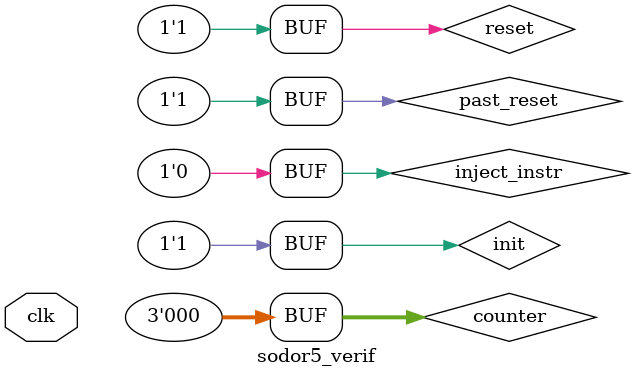
<source format=v>

`define OPCODE_INDEX_WIDTH  2
`define FUNCT3_WIDTH        3
`define FUNCT7_WIDTH        1
`define IMM_WIDTH           12
`define REG_ADDR_WIDTH      5
`define ITYPE

module sodor5_verif(
    input clk
);

    reg reset;
    reg past_reset;
    reg [2:0] counter;
    reg init;
    reg [31:0] prev_instr;
    initial begin
        past_reset = 1;
        reset = 1;
        init = 1;
        counter = 0;
    end

    // Inject based on some signal
    wire inject_instr;
    assign inject_instr = (counter == 7 && init);
    // (inject_instr) ? {imm_rep, rs1_rep, 3'b0, rd_rep, 7'b0010011} : 32'h00000013;

    wire [31:0] in_io_imem_resp_bits_data;
    // Insert a concrete instruction once every iteration
    
    // (inject_instr) ? {imm_rep, rs1_rep, 3'b0, rd_rep, 7'b0010011} : 32'h00000013;


`ifdef FORMAL

`ifdef ITYPE
    (* anyseq *) reg [11:0] imm;
    (* anyseq *) reg [4:0] rs1;
    (* anyseq *) reg [4:0] rs2;
    (* anyseq *) reg [4:0] rd;
    (* anyseq *) reg [2:0] funct3;
    wire [11:0] imm_clean;

    assign imm_clean = (funct3 == 5) ? (imm & 12'b010000011111) : ((funct3 == 1) ? (imm & 12'b000000011111) : imm);
    assign in_io_imem_resp_bits_data = reset ? 32'h00000013 : {imm_clean, rs1, funct3, rd, 7'b0010011};
`endif

`else
    assign in_io_imem_resp_bits_data = de_io_imem_req_valid ? instr : prev_instr;
`endif

    // Design signals
    wire [31:0] de_io_imem_req_bits_addr;
    wire de_io_imem_req_valid;
    wire [1023:0] de_io_port_regfile;
    wire [31:0] de_io_port_imm;
    wire [31:0] de_io_port_alu_out;
    wire [4:0] de_io_port_reg_rs1_addr_in;
    wire [4:0] de_io_port_reg_rs2_addr_in;
    wire [31:0] de_io_port_reg_rs1_data_out;
    wire [31:0] de_io_port_reg_rs2_data_out;
    wire [31:0] de_io_port_reg_rd_data_in;
    wire [4:0] de_io_port_reg_rd_addr_in;
    // Design signals 2
    wire [31:0] de_io_port_if_reg_pc;
    wire [31:0] de_io_port_dec_reg_pc;
    wire [31:0] de_io_port_exe_reg_pc;
    wire [31:0] de_io_port_mem_reg_pc;
    wire        de_io_port_lb_table_valid;
    wire [31:0] de_io_port_lb_table_addr;
    wire [31:0] de_io_port_lb_table_data;
    wire [31:0] de_io_port_mem_reg_alu_out;
    // Design control signals
    wire [31:0] de_io_port_dec_reg_inst;
    wire [31:0] de_io_port_exe_reg_inst;
    wire [31:0] de_io_port_mem_reg_inst;

    wire [4:0] de_io_port_dec_wbaddr;
    wire [4:0] de_io_port_exe_reg_wbaddr;
    wire [4:0] de_io_port_mem_reg_wbaddr;
    wire [31:0] de_io_port_imm_sbtype_sext;
    wire [3:0] de_io_port_alu_fun;
    wire de_io_port_mem_fcn;
    wire [2:0] de_io_port_mem_typ;

    CoreTop coretop (
        .clock(clk),
        .reset(reset),
        .fe_in_io_imem_resp_bits_data(in_io_imem_resp_bits_data),
        .fe_ou_io_imem_req_bits_addr(de_io_imem_req_bits_addr),
        .fe_ou_io_imem_req_valid(de_io_imem_req_valid),
        .port_regfile(de_io_port_regfile),
        .port_imm(de_io_port_imm),
        .port_alu_out(de_io_port_alu_out),
        .port_reg_rs1_addr_in(de_io_port_reg_rs1_addr_in),
        .port_reg_rs2_addr_in(de_io_port_reg_rs2_addr_in),
        .port_reg_rs1_data_out(de_io_port_reg_rs1_data_out),
        .port_reg_rs2_data_out(de_io_port_reg_rs2_data_out),
        .port_reg_rd_data_in(de_io_port_reg_rd_data_in),
        .port_reg_rd_addr_in(de_io_port_reg_rd_addr_in),

        .port_dec_reg_inst(de_io_port_dec_reg_inst),
        .port_exe_reg_inst(de_io_port_exe_reg_inst),
        .port_mem_reg_inst(de_io_port_mem_reg_inst),
        .port_mem_reg_alu_out(de_io_port_mem_reg_alu_out),
        .port_if_reg_pc(de_io_port_if_reg_pc),
        .port_dec_reg_pc(de_io_port_dec_reg_pc),
        .port_exe_reg_pc(de_io_port_exe_reg_pc),
        .port_mem_reg_pc(de_io_port_mem_reg_pc),
        .port_lb_table_valid(de_io_port_lb_table_valid),
        .port_lb_table_addr(de_io_port_lb_table_addr),
        .port_lb_table_data(de_io_port_lb_table_data),

        .port_dec_wbaddr(de_io_port_dec_wbaddr),
        .port_exe_reg_wbaddr(de_io_port_exe_reg_wbaddr),
        .port_mem_reg_wbaddr(de_io_port_mem_reg_wbaddr),
        .port_imm_sbtype_sext(de_io_port_imm_sbtype_sext),
        .port_alu_fun(de_io_port_alu_fun),
        .port_mem_fcn(de_io_port_mem_fcn),
        .port_mem_typ(de_io_port_mem_typ)
    );

    always @(posedge clk) begin

    end

endmodule



</source>
